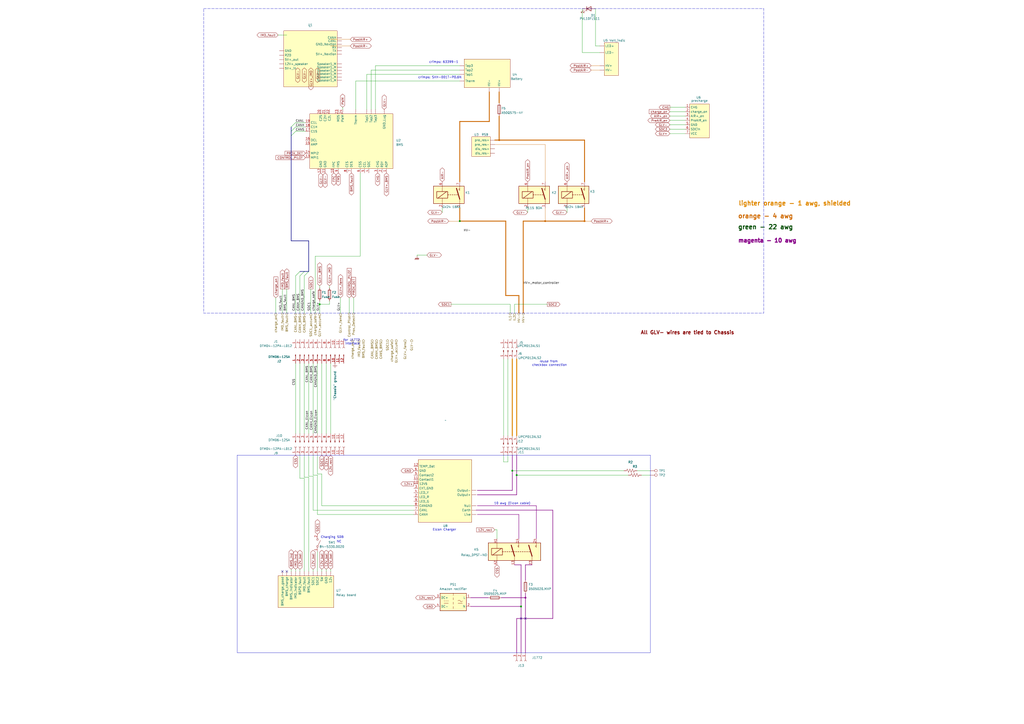
<source format=kicad_sch>
(kicad_sch (version 20231120) (generator "eeschema") (generator_version "8.0")
  (paper "A2")
  (lib_symbols
    (symbol "Connector:Conn_01x03_Socket" (pin_names (offset 1.016) hide)
      (property "Reference" "J" (at 0 5.08 0))
      (property "Value" "Conn_01x03_Socket" (at 0 -5.08 0))
      (symbol "Conn_01x03_Socket_1_1"
        (pin passive line (at -5.08 2.54 0) (length 3.81) (name "Pin_1") (number "1"))
        (pin passive line (at -5.08 0 0) (length 3.81) (name "Pin_2") (number "2"))
        (pin passive line (at -5.08 -2.54 0) (length 3.81) (name "Pin_3") (number "3"))
      )
    )
    (symbol "Connector:Conn_01x04_Pin" (pin_names (offset 1.016) hide)
      (property "Reference" "J" (at 0 5.08 0))
      (property "Value" "Conn_01x04_Pin" (at 0 -7.62 0))
      (symbol "Conn_01x04_Pin_1_1"
        (pin passive line (at 5.08 2.54 180) (length 3.81) (name "Pin_1") (number "1"))
        (pin passive line (at 5.08 0 180) (length 3.81) (name "Pin_2") (number "2"))
        (pin passive line (at 5.08 -2.54 180) (length 3.81) (name "Pin_3") (number "3"))
        (pin passive line (at 5.08 -5.08 180) (length 3.81) (name "Pin_4") (number "4"))
      )
    )
    (symbol "Connector:Conn_01x04_Socket" (pin_names (offset 1.016) hide)
      (property "Reference" "J" (at 0 5.08 0))
      (property "Value" "Conn_01x04_Socket" (at 0 -7.62 0))
      (symbol "Conn_01x04_Socket_1_1"
        (pin passive line (at -5.08 2.54 0) (length 3.81) (name "Pin_1") (number "1"))
        (pin passive line (at -5.08 0 0) (length 3.81) (name "Pin_2") (number "2"))
        (pin passive line (at -5.08 -2.54 0) (length 3.81) (name "Pin_3") (number "3"))
        (pin passive line (at -5.08 -5.08 0) (length 3.81) (name "Pin_4") (number "4"))
      )
    )
    (symbol "Connector:Conn_01x12_Pin" (pin_names (offset 1.016) hide)
      (property "Reference" "J" (at 0 15.24 0))
      (property "Value" "Conn_01x12_Pin" (at 0 -17.78 0))
      (symbol "Conn_01x12_Pin_1_1"
        (pin passive line (at 5.08 12.7 180) (length 3.81) (name "Pin_1") (number "1"))
        (pin passive line (at 5.08 -10.16 180) (length 3.81) (name "Pin_10") (number "10"))
        (pin passive line (at 5.08 -12.7 180) (length 3.81) (name "Pin_11") (number "11"))
        (pin passive line (at 5.08 -15.24 180) (length 3.81) (name "Pin_12") (number "12"))
        (pin passive line (at 5.08 10.16 180) (length 3.81) (name "Pin_2") (number "2"))
        (pin passive line (at 5.08 7.62 180) (length 3.81) (name "Pin_3") (number "3"))
        (pin passive line (at 5.08 5.08 180) (length 3.81) (name "Pin_4") (number "4"))
        (pin passive line (at 5.08 2.54 180) (length 3.81) (name "Pin_5") (number "5"))
        (pin passive line (at 5.08 0 180) (length 3.81) (name "Pin_6") (number "6"))
        (pin passive line (at 5.08 -2.54 180) (length 3.81) (name "Pin_7") (number "7"))
        (pin passive line (at 5.08 -5.08 180) (length 3.81) (name "Pin_8") (number "8"))
        (pin passive line (at 5.08 -7.62 180) (length 3.81) (name "Pin_9") (number "9"))
      )
    )
    (symbol "Connector:Conn_01x12_Socket" (pin_names (offset 1.016) hide)
      (property "Reference" "J" (at 0 15.24 0))
      (property "Value" "Conn_01x12_Socket" (at 0 -17.78 0))
      (symbol "Conn_01x12_Socket_1_1"
        (pin passive line (at -5.08 12.7 0) (length 3.81) (name "Pin_1") (number "1"))
        (pin passive line (at -5.08 -10.16 0) (length 3.81) (name "Pin_10") (number "10"))
        (pin passive line (at -5.08 -12.7 0) (length 3.81) (name "Pin_11") (number "11"))
        (pin passive line (at -5.08 -15.24 0) (length 3.81) (name "Pin_12") (number "12"))
        (pin passive line (at -5.08 10.16 0) (length 3.81) (name "Pin_2") (number "2"))
        (pin passive line (at -5.08 7.62 0) (length 3.81) (name "Pin_3") (number "3"))
        (pin passive line (at -5.08 5.08 0) (length 3.81) (name "Pin_4") (number "4"))
        (pin passive line (at -5.08 2.54 0) (length 3.81) (name "Pin_5") (number "5"))
        (pin passive line (at -5.08 0 0) (length 3.81) (name "Pin_6") (number "6"))
        (pin passive line (at -5.08 -2.54 0) (length 3.81) (name "Pin_7") (number "7"))
        (pin passive line (at -5.08 -5.08 0) (length 3.81) (name "Pin_8") (number "8"))
        (pin passive line (at -5.08 -7.62 0) (length 3.81) (name "Pin_9") (number "9"))
      )
    )
    (symbol "Connector:TestPoint" (pin_numbers hide) (pin_names (offset 0.762) hide)
      (property "Reference" "TP" (at 0 6.858 0))
      (property "Value" "TestPoint" (at 0 5.08 0))
      (symbol "TestPoint_1_1"
        (pin passive line (at 0 0 90) (length 2.54) (name "1") (number "1"))
      )
    )
    (symbol "Converter_ACDC:VTX-214-010-112"
      (property "Reference" "PS" (at 0 8.89 0))
      (property "Value" "VTX-214-010-112" (at 0 6.35 0))
      (symbol "VTX-214-010-112_1_1"
        (pin power_in line (at -10.16 2.54 0) (length 2.54) (name "L") (number "1"))
        (pin power_in line (at -10.16 -2.54 0) (length 2.54) (name "N") (number "2"))
        (pin power_out line (at 10.16 2.54 180) (length 2.54) (name "DC+") (number "3"))
        (pin power_out line (at 10.16 -2.54 180) (length 2.54) (name "DC-") (number "4"))
      )
    )
    (symbol "Device:Fuse" (pin_numbers hide) (pin_names (offset 0))
      (property "Reference" "F" (at 2.032 0 90))
      (property "Value" "Fuse" (at -1.905 0 90))
      (symbol "Fuse_1_1"
        (pin passive line (at 0 3.81 270) (length 1.27) (name "~") (number "1"))
        (pin passive line (at 0 -3.81 90) (length 1.27) (name "~") (number "2"))
      )
    )
    (symbol "Device:LED" (pin_numbers hide) (pin_names (offset 1.016) hide)
      (property "Reference" "D" (at 0 2.54 0))
      (property "Value" "LED" (at 0 -2.54 0))
      (symbol "LED_1_1"
        (pin passive line (at -3.81 0 0) (length 2.54) (name "K") (number "1"))
        (pin passive line (at 3.81 0 180) (length 2.54) (name "A") (number "2"))
      )
    )
    (symbol "Device:R_US" (pin_numbers hide) (pin_names (offset 0))
      (property "Reference" "R" (at 2.54 0 90))
      (property "Value" "R_US" (at -2.54 0 90))
      (symbol "R_US_1_1"
        (pin passive line (at 0 3.81 270) (length 1.27) (name "~") (number "1"))
        (pin passive line (at 0 -3.81 90) (length 1.27) (name "~") (number "2"))
      )
    )
    (symbol "FSAE:BMS"
      (property "Reference" "U" (at 0 0 0))
      (property "Value" "BMS" (at 0 -3.81 0))
      (symbol "BMS_1_1"
        (pin bidirectional line (at 17.907 6.858 180) (length 2.54) (name "GND_Lug") (number ""))
        (pin bidirectional line (at 17.907 17.018 180) (length 2.54) (name "Tap1") (number ""))
        (pin bidirectional line (at 17.907 14.478 180) (length 2.54) (name "Tap2") (number ""))
        (pin bidirectional line (at 17.907 11.938 180) (length 2.54) (name "Tap3") (number ""))
        (pin bidirectional line (at 17.907 23.368 180) (length 2.54) (name "Therm") (number ""))
        (pin power_in line (at -18.923 5.588 0) (length 2.54) (name "AOP") (number "1"))
        (pin input line (at -18.923 36.068 0) (length 2.54) (name "FPC") (number "10"))
        (pin bidirectional line (at -18.923 41.148 0) (length 2.54) (name "GND") (number "11"))
        (pin bidirectional line (at -18.923 43.688 0) (length 2.54) (name "GND") (number "12"))
        (pin input line (at -10.033 52.578 270) (length 2.54) (name "MPI1") (number "13"))
        (pin input line (at -7.493 52.578 270) (length 2.54) (name "MPI2") (number "14"))
        (pin output line (at -2.413 52.578 270) (length 2.54) (name "AMP") (number "15"))
        (pin output line (at 0.127 52.578 270) (length 2.54) (name "DCL") (number "16"))
        (pin bidirectional line (at 5.207 52.578 270) (length 2.54) (name "C1S") (number "17"))
        (pin bidirectional line (at 7.747 52.578 270) (length 2.54) (name "C1H") (number "18"))
        (pin bidirectional line (at 10.287 52.578 270) (length 2.54) (name "C1L") (number "19"))
        (pin power_in line (at -18.923 8.128 0) (length 2.54) (name "RDY") (number "2"))
        (pin bidirectional line (at 17.907 43.688 180) (length 2.54) (name "C2S") (number "20"))
        (pin bidirectional line (at 17.907 41.148 180) (length 2.54) (name "C2H") (number "21"))
        (pin bidirectional line (at 17.907 38.608 180) (length 2.54) (name "C2L") (number "22"))
        (pin output line (at 17.907 33.528 180) (length 2.54) (name "MOS") (number "23"))
        (pin output line (at 17.907 30.988 180) (length 2.54) (name "PWM") (number "24"))
        (pin power_in line (at -18.923 10.668 0) (length 2.54) (name "CHG") (number "3"))
        (pin output line (at -18.923 15.748 0) (length 2.54) (name "SOC") (number "4"))
        (pin output line (at -18.923 18.288 0) (length 2.54) (name "CCL") (number "5"))
        (pin output line (at -18.923 20.828 0) (length 2.54) (name "CSS") (number "6"))
        (pin output line (at -18.923 25.908 0) (length 2.54) (name "DES") (number "7"))
        (pin output line (at -18.923 28.448 0) (length 2.54) (name "CES") (number "8"))
        (pin input line (at -18.923 33.528 0) (length 2.54) (name "FMS") (number "9"))
      )
    )
    (symbol "FSAE:Battery"
      (property "Reference" "U4" (at -13.97 12.7 0))
      (property "Value" "Battery" (at -16.51 15.24 0))
      (symbol "Battery_1_1"
        (pin bidirectional line (at -6.35 22.86 270) (length 2.54) (name "HV+") (number ""))
        (pin bidirectional line (at -0.508 22.86 270) (length 2.54) (name "HV-") (number ""))
        (pin bidirectional line (at 16.51 12.7 180) (length 2.54) (name "Tap1") (number ""))
        (pin bidirectional line (at 16.51 10.16 180) (length 2.54) (name "Tap2") (number ""))
        (pin bidirectional line (at 16.51 7.62 180) (length 2.54) (name "Tap3") (number ""))
        (pin bidirectional line (at 16.51 16.51 180) (length 2.54) (name "Therm") (number ""))
      )
    )
    (symbol "FSAE:Elcon"
      (property "Reference" "U8" (at 0.3175 21.082 0))
      (property "Value" "~" (at 0 0 0))
      (symbol "Elcon_1_1"
        (pin input line (at -17.78 52.07 0) (length 2.54) (name "Earth") (number ""))
        (pin input line (at -17.78 54.61 0) (length 2.54) (name "Live") (number ""))
        (pin input line (at -17.78 49.53 0) (length 2.54) (name "Null") (number ""))
        (pin input line (at -17.78 43.18 0) (length 2.54) (name "Output+") (number ""))
        (pin input line (at -17.78 40.64 0) (length 2.54) (name "Output-") (number ""))
        (pin input line (at 18.415 54.61 180) (length 2.54) (name "CANH") (number "1"))
        (pin input line (at 18.415 36.83 180) (length 2.54) (name "12V5") (number "10"))
        (pin input line (at 18.415 34.29 180) (length 2.54) (name "Contact1") (number "11"))
        (pin input line (at 18.415 26.67 180) (length 2.54) (name "TEMP_Dat") (number "12"))
        (pin input line (at 18.415 44.45 180) (length 2.54) (name "LED_R") (number "2"))
        (pin input line (at 18.415 39.37 180) (length 2.54) (name "EXT_GND") (number "3"))
        (pin input line (at 18.415 41.91 180) (length 2.54) (name "LED_Y") (number "4"))
        (pin input line (at 18.415 31.75 180) (length 2.54) (name "Contact2") (number "5"))
        (pin input line (at 18.415 29.21 180) (length 2.54) (name "GND") (number "6"))
        (pin input line (at 18.415 52.07 180) (length 2.54) (name "CANL") (number "7"))
        (pin input line (at 18.415 49.53 180) (length 2.54) (name "CANGND") (number "8"))
        (pin input line (at 18.415 46.99 180) (length 2.54) (name "LED_G") (number "9"))
      )
    )
    (symbol "FSAE:IMD"
      (property "Reference" "U1" (at -1.016 0.508 0))
      (property "Value" "~" (at 0 1.524 0))
      (symbol "IMD_1_1"
        (pin power_in line (at 18.288 23.114 180) (length 2.54) (name "12V+_speaker") (number ""))
        (pin power_out line (at -17.907 17.399 0) (length 2.54) (name "5V+_Nextion") (number ""))
        (pin power_in line (at 18.288 25.654 180) (length 2.54) (name "5V+_in") (number ""))
        (pin power_out line (at 18.288 20.574 180) (length 2.54) (name "5V+_out") (number ""))
        (pin bidirectional line (at -17.907 7.874 0) (length 2.54) (name "CANH") (number ""))
        (pin bidirectional line (at -17.907 9.779 0) (length 2.54) (name "CANL") (number ""))
        (pin power_in line (at 18.288 15.494 180) (length 2.54) (name "GND") (number ""))
        (pin power_out line (at -17.907 11.684 0) (length 2.54) (name "GND_Nextion") (number ""))
        (pin input line (at 18.288 18.034 180) (length 2.54) (name "R2D") (number ""))
        (pin input line (at -17.907 13.589 0) (length 2.54) (name "RX") (number ""))
        (pin output line (at -17.907 23.114 0) (length 2.54) (name "Speaker1_M") (number ""))
        (pin output line (at -17.907 25.019 0) (length 2.54) (name "Speaker1_M") (number ""))
        (pin output line (at -17.907 26.924 0) (length 2.54) (name "Speaker1_M") (number ""))
        (pin output line (at -17.907 28.829 0) (length 2.54) (name "Speaker1_M") (number ""))
        (pin output line (at -17.907 30.734 0) (length 2.54) (name "Speaker1_M") (number ""))
        (pin output line (at -17.907 32.639 0) (length 2.54) (name "Speaker1_M") (number ""))
        (pin output line (at -17.907 15.494 0) (length 2.54) (name "TX") (number ""))
      )
    )
    (symbol "Random:Precharge"
      (property "Reference" "U6" (at -12.065 -0.635 90))
      (property "Value" "precharge" (at -10.16 1.27 90))
      (symbol "Precharge_1_1"
        (pin output line (at -6.35 -6.985 90) (length 2.54) (name "CHG") (number "1"))
        (pin input line (at -3.81 -6.985 90) (length 2.54) (name "charge_on") (number "2"))
        (pin output line (at -1.27 -6.985 90) (length 2.54) (name "AIR+_en") (number "3"))
        (pin output line (at 1.27 -6.985 90) (length 2.54) (name "PreAIR_en") (number "4"))
        (pin power_out line (at 3.81 -6.985 90) (length 2.54) (name "GND") (number "5"))
        (pin input line (at 6.35 -6.985 90) (length 2.54) (name "SDCin") (number "6"))
        (pin power_in line (at 8.89 -6.985 90) (length 2.54) (name "VCC") (number "7"))
      )
    )
    (symbol "Random:RSB"
      (property "Reference" "U5" (at -5.715 6.985 0))
      (property "Value" "RSB" (at 0.635 6.985 0))
      (symbol "RSB_1_1"
        (pin input line (at 6.35 -1.27 180) (length 2.54) (name "dis_res+") (number ""))
        (pin input line (at 6.35 -3.81 180) (length 2.54) (name "dis_res-") (number ""))
        (pin input line (at 6.35 3.81 180) (length 2.54) (name "pre_res+") (number ""))
        (pin input line (at 6.35 1.27 180) (length 2.54) (name "pre_res-") (number ""))
      )
    )
    (symbol "Random:Volt_indic"
      (property "Reference" "U5" (at -11.43 -4.445 90))
      (property "Value" "Volt_indic" (at -11.43 3.81 90))
      (symbol "Volt_indic_1_1"
        (pin power_in line (at 3.175 -6.35 90) (length 2.54) (name "HV+") (number ""))
        (pin power_in line (at 5.715 -6.35 90) (length 2.54) (name "HV-") (number ""))
        (pin output line (at -8.255 -6.35 90) (length 2.54) (name "LED+") (number ""))
        (pin output line (at -4.445 -6.35 90) (length 2.54) (name "LED-") (number ""))
      )
    )
    (symbol "Relay:DIPxx-1Axx-11x"
      (property "Reference" "K" (at 8.89 3.81 0))
      (property "Value" "DIPxx-1Axx-11x" (at 8.89 1.27 0))
      (symbol "DIPxx-1Axx-11x_1_1"
        (pin passive line (at 5.08 -7.62 90) (length 2.54) (name "~") (number "1"))
        (pin passive line (at 5.08 -7.62 90) (length 2.54) hide (name "~") (number "14"))
        (pin passive line (at -5.08 -7.62 90) (length 2.54) (name "~") (number "2"))
        (pin passive line (at -5.08 7.62 270) (length 2.54) (name "~") (number "6"))
        (pin passive line (at 5.08 7.62 270) (length 2.54) (name "~") (number "7"))
        (pin passive line (at 5.08 7.62 270) (length 2.54) hide (name "~") (number "8"))
      )
    )
    (symbol "Relay:Relay_DPST-NO"
      (property "Reference" "K" (at 16.51 3.81 0))
      (property "Value" "Relay_DPST-NO" (at 16.51 1.27 0))
      (symbol "Relay_DPST-NO_1_1"
        (pin passive line (at 0 -7.62 90) (length 2.54) (name "~") (number "13"))
        (pin passive line (at 2.54 7.62 270) (length 2.54) (name "~") (number "14"))
        (pin passive line (at 10.16 -7.62 90) (length 2.54) (name "~") (number "23"))
        (pin passive line (at 12.7 7.62 270) (length 2.54) (name "~") (number "24"))
        (pin passive line (at -10.16 7.62 270) (length 2.54) (name "~") (number "A1"))
        (pin passive line (at -10.16 -7.62 90) (length 2.54) (name "~") (number "A2"))
      )
    )
    (symbol "Relay_board_1"
      (property "Reference" "U8" (at 8.255 -0.9525 0))
      (property "Value" "Relay board" (at 8.255 -3.4925 0))
      (symbol "Relay_board_1_1_1"
        (pin power_in line (at -5.08 -8.255 90) (length 2.54) (name "12v") (number ""))
        (pin input line (at 20.32 -8.255 90) (length 2.54) (name "BMS_charge") (number ""))
        (pin output line (at 22.86 -8.255 90) (length 2.54) (name "BMS_charge_good") (number ""))
        (pin input line (at 7.62 -8.255 90) (length 2.54) (name "BMS_fault") (number ""))
        (pin output line (at 17.78 -8.255 90) (length 2.54) (name "BMS_indicator") (number ""))
        (pin input line (at 12.7 -8.255 90) (length 2.54) (name "BSPD_fault") (number ""))
        (pin power_in line (at -2.54 -8.255 90) (length 2.54) (name "GND") (number ""))
        (pin input line (at 10.16 -8.255 90) (length 2.54) (name "IMD_fault") (number ""))
        (pin output line (at 15.24 -8.255 90) (length 2.54) (name "IMD_indicator") (number ""))
        (pin input line (at 5.08 -8.255 90) (length 2.54) (name "SDC1") (number ""))
        (pin output line (at 2.54 -8.255 90) (length 2.54) (name "SDC2") (number ""))
        (pin input line (at 0 -8.255 90) (length 2.54) (name "SW") (number ""))
      )
    )
    (symbol "Switch:SW_SPST" (pin_names (offset 0) hide)
      (property "Reference" "SW" (at 0 3.175 0))
      (property "Value" "SW_SPST" (at 0 -2.54 0))
      (symbol "SW_SPST_1_1"
        (pin passive line (at -5.08 0 0) (length 2.54) (name "A") (number "1"))
        (pin passive line (at 5.08 0 180) (length 2.54) (name "B") (number "2"))
      )
    )
    (symbol "power:Earth" (power) (pin_numbers hide) (pin_names (offset 0) hide)
      (property "Value" "Earth" (at 0 -3.81 0))
      (symbol "Earth_1_1"
        (pin power_in line (at 0 0 270) (length 0) (name "~") (number "1"))
      )
    )
    (symbol "power:GNDPWR" (power) (pin_numbers hide) (pin_names (offset 0) hide)
      (property "Value" "GNDPWR" (at 0 -3.302 0))
      (symbol "GNDPWR_1_1"
        (pin power_in line (at 0 0 270) (length 0) (name "~") (number "1"))
      )
    )
  )
  (junction (at 302.26 351.79))
  (junction (at 316.23 128.27) (color 204 102 0 1))
  (junction (at 297.18 273.05))
  (junction (at 185.42 176.53))
  (junction (at 289.56 81.28) (color 204 102 0 1))
  (junction (at 299.72 275.59))
  (junction (at 266.7 128.27))
  (junction (at 304.8 346.71) (color 132 0 132 1))
  (junction (at 339.09 128.27) (color 204 102 0 1))
  (no_connect (at 304.8 358.775))
  (no_connect (at 166.37 331.47))
  (no_connect (at 302.26 358.775))
  (no_connect (at 163.83 331.47))
  (bus_entry (at 171.45 73.66) (size -2.54 2.54))
  (bus_entry (at 176.53 157.48) (size -2.54 2.54))
  (bus_entry (at 171.45 76.2) (size -2.54 2.54))
  (bus_entry (at 173.99 157.48) (size -2.54 2.54))
  (bus_entry (at 176.53 160.02) (size 2.54 -2.54))
  (bus_entry (at 171.45 71.12) (size -2.54 2.54))
  (wire (pts (xy 173.99 264.16) (xy 173.99 277.495)))
  (wire (pts (xy 388.62 69.85) (xy 397.51 69.85)))
  (bus (pts (xy 173.99 157.48) (xy 176.53 157.48)))
  (wire (pts (xy 388.62 67.31) (xy 397.51 67.31)))
  (wire (pts (xy 181.61 295.91) (xy 240.03 295.91)))
  (wire (pts (xy 191.77 331.47) (xy 191.77 330.2)))
  (wire (pts (xy 206.375 46.99) (xy 266.7 46.99)))
  (wire (pts (xy 339.09 120.65) (xy 339.09 128.27)) (stroke (width 0.508) (color 204 102 0 1)))
  (wire (pts (xy 176.53 160.02) (xy 176.53 181.61)))
  (wire (pts (xy 302.26 327.66) (xy 302.26 351.79)) (stroke (width 0.3048) (color 132 0 132 1)))
  (wire (pts (xy 171.45 210.82) (xy 171.45 251.46)))
  (wire (pts (xy 168.91 330.2) (xy 168.91 331.47)))
  (wire (pts (xy 171.45 73.66) (xy 177.165 73.66)))
  (wire (pts (xy 290.83 346.71) (xy 304.8 346.71)) (stroke (width 0.3048) (color 132 0 132 1)))
  (wire (pts (xy 212.725 63.5) (xy 212.725 43.18)))
  (wire (pts (xy 171.45 160.02) (xy 171.45 181.61)))
  (wire (pts (xy 306.07 123.19) (xy 306.07 120.65)))
  (wire (pts (xy 181.61 210.82) (xy 181.61 251.46)))
  (wire (pts (xy 186.69 210.82) (xy 186.69 251.46)))
  (wire (pts (xy 295.91 176.53) (xy 295.91 181.61)))
  (wire (pts (xy 345.44 26.67) (xy 347.98 26.67)))
  (wire (pts (xy 293.37 171.45) (xy 293.37 128.27)) (stroke (width 0.508) (color 204 102 0 1)))
  (wire (pts (xy 171.45 71.12) (xy 177.165 71.12)))
  (wire (pts (xy 276.86 284.48) (xy 297.18 284.48)) (stroke (width 0.3048) (color 132 0 132 1)))
  (wire (pts (xy 304.8 327.66) (xy 308.61 327.66)) (stroke (width 0.3048) (color 132 0 132 1)))
  (wire (pts (xy 292.1 267.97) (xy 294.64 267.97)))
  (wire (pts (xy 179.07 276.86) (xy 179.07 331.47)))
  (wire (pts (xy 176.53 277.495) (xy 176.53 331.47)))
  (bus (pts (xy 176.53 157.48) (xy 179.07 157.48)))
  (wire (pts (xy 345.44 5.08) (xy 345.44 26.67)))
  (wire (pts (xy 320.675 358.775) (xy 299.72 358.775)) (stroke (width 0.3048) (color 132 0 132 1)))
  (wire (pts (xy 328.93 120.65) (xy 328.93 123.19)))
  (wire (pts (xy 298.45 176.53) (xy 317.5 176.53)))
  (wire (pts (xy 173.99 330.2) (xy 173.99 331.47)))
  (wire (pts (xy 182.88 148.59) (xy 182.88 181.61)))
  (wire (pts (xy 388.62 62.23) (xy 397.51 62.23)))
  (wire (pts (xy 300.99 171.45) (xy 293.37 171.45)) (stroke (width 0.508) (color 204 102 0 1)))
  (wire (pts (xy 189.23 210.82) (xy 189.23 251.46)))
  (wire (pts (xy 276.86 293.37) (xy 311.15 293.37)) (stroke (width 0.254) (color 132 0 132 1)))
  (wire (pts (xy 181.61 330.2) (xy 181.61 331.47)))
  (wire (pts (xy 206.375 46.99) (xy 206.375 63.5)))
  (wire (pts (xy 198.755 62.23) (xy 198.755 63.5)))
  (wire (pts (xy 241.935 148.59) (xy 241.935 147.955)))
  (wire (pts (xy 388.62 74.93) (xy 397.51 74.93)))
  (wire (pts (xy 316.23 83.82) (xy 316.23 105.41)) (stroke (width 0) (color 204 102 0 1)))
  (wire (pts (xy 208.915 100.33) (xy 208.915 148.59)))
  (wire (pts (xy 276.86 287.02) (xy 299.72 287.02)) (stroke (width 0.3048) (color 132 0 132 1)))
  (wire (pts (xy 260.35 128.27) (xy 266.7 128.27)) (stroke (width 0) (color 204 102 0 1)))
  (wire (pts (xy 273.05 351.79) (xy 302.26 351.79)) (stroke (width 0.3048) (color 132 0 132 1)))
  (wire (pts (xy 299.72 358.775) (xy 299.72 378.46)) (stroke (width 0.3048) (color 132 0 132 1)))
  (wire (pts (xy 181.61 264.16) (xy 181.61 275.59)))
  (wire (pts (xy 304.8 327.66) (xy 304.8 336.55)) (stroke (width 0.3048) (color 132 0 132 1)))
  (wire (pts (xy 337.82 30.48) (xy 347.98 30.48)))
  (wire (pts (xy 186.69 331.47) (xy 186.69 330.2)))
  (wire (pts (xy 300.99 298.45) (xy 300.99 312.42)) (stroke (width 0.254) (color 132 0 132 1)))
  (wire (pts (xy 176.53 264.16) (xy 176.53 276.86)))
  (wire (pts (xy 303.53 128.27) (xy 303.53 181.61)) (stroke (width 0.508) (color 204 102 0 1)))
  (wire (pts (xy 372.11 275.59) (xy 377.19 275.59)))
  (wire (pts (xy 292.1 208.28) (xy 292.1 252.73)))
  (bus (pts (xy 179.07 157.48) (xy 179.07 139.7)))
  (wire (pts (xy 186.69 274.955) (xy 186.69 293.37)))
  (wire (pts (xy 179.07 276.225) (xy 181.61 276.225)))
  (wire (pts (xy 176.53 276.86) (xy 179.07 276.86)))
  (wire (pts (xy 339.09 128.27) (xy 316.23 128.27)) (stroke (width 0.508) (color 204 102 0 1)))
  (wire (pts (xy 289.56 67.31) (xy 289.56 81.28)) (stroke (width 0.508) (color 204 102 0 1)))
  (wire (pts (xy 171.45 76.2) (xy 177.165 76.2)))
  (wire (pts (xy 339.09 128.27) (xy 342.9 128.27)) (stroke (width 0) (color 204 102 0 1)))
  (wire (pts (xy 289.56 81.28) (xy 339.09 81.28)) (stroke (width 0.508) (color 204 102 0 1)))
  (wire (pts (xy 261.62 176.53) (xy 295.91 176.53)))
  (wire (pts (xy 184.15 275.59) (xy 184.15 298.45)))
  (wire (pts (xy 288.29 307.34) (xy 288.29 312.42)))
  (wire (pts (xy 256.54 120.65) (xy 256.54 123.19)))
  (wire (pts (xy 163.83 167.64) (xy 163.83 181.61)))
  (wire (pts (xy 287.02 307.34) (xy 288.29 307.34)))
  (wire (pts (xy 208.915 148.59) (xy 182.88 148.59)))
  (wire (pts (xy 287.02 83.82) (xy 316.23 83.82)) (stroke (width 0) (color 204 102 0 1)))
  (wire (pts (xy 316.23 128.27) (xy 316.23 120.65)) (stroke (width 0) (color 204 102 0 1)))
  (wire (pts (xy 294.64 267.97) (xy 294.64 264.16)))
  (wire (pts (xy 185.42 174.625) (xy 185.42 176.53)))
  (wire (pts (xy 161.29 20.32) (xy 166.37 20.32)))
  (wire (pts (xy 181.61 295.91) (xy 181.61 276.225)))
  (wire (pts (xy 173.99 210.82) (xy 173.99 251.46)))
  (wire (pts (xy 289.56 53.34) (xy 289.56 59.69)) (stroke (width 0.508) (color 204 102 0 1)))
  (wire (pts (xy 191.77 22.86) (xy 203.2 22.86)) (stroke (width 0) (color 204 102 0 1)))
  (wire (pts (xy 202.565 172.72) (xy 202.565 181.61)))
  (bus (pts (xy 168.91 73.66) (xy 168.91 76.2)))
  (wire (pts (xy 273.05 346.71) (xy 283.21 346.71)) (stroke (width 0.3048) (color 132 0 132 1)))
  (wire (pts (xy 179.07 210.82) (xy 179.07 251.46)))
  (wire (pts (xy 186.69 293.37) (xy 240.03 293.37)))
  (wire (pts (xy 181.61 275.59) (xy 184.15 275.59)))
  (wire (pts (xy 241.935 147.955) (xy 247.65 147.955)))
  (bus (pts (xy 168.91 78.74) (xy 168.91 139.7)))
  (wire (pts (xy 180.34 167.64) (xy 180.34 181.61)))
  (wire (pts (xy 297.18 264.16) (xy 297.18 273.05)) (stroke (width 0.3048) (color 132 0 132 1)))
  (wire (pts (xy 299.72 264.16) (xy 299.72 275.59)) (stroke (width 0.3048) (color 132 0 132 1)))
  (wire (pts (xy 179.07 264.16) (xy 179.07 276.225)))
  (wire (pts (xy 304.8 344.17) (xy 304.8 346.71)) (stroke (width 0.3048) (color 132 0 132 1)))
  (wire (pts (xy 266.7 120.65) (xy 266.7 128.27)) (stroke (width 0.508) (color 204 102 0 1)))
  (wire (pts (xy 212.725 43.18) (xy 266.7 43.18)))
  (wire (pts (xy 302.26 351.79) (xy 302.26 378.46)) (stroke (width 0.3048) (color 132 0 132 1)))
  (wire (pts (xy 297.18 273.05) (xy 298.45 273.05)) (stroke (width 0) (color 132 0 132 1)))
  (wire (pts (xy 215.265 40.64) (xy 266.7 40.64)))
  (wire (pts (xy 189.23 331.47) (xy 189.23 330.2)))
  (wire (pts (xy 342.9 40.64) (xy 347.98 40.64)) (stroke (width 0) (color 204 102 0 1)))
  (wire (pts (xy 303.53 128.27) (xy 316.23 128.27)) (stroke (width 0.508) (color 204 102 0 1)))
  (wire (pts (xy 166.37 167.64) (xy 166.37 181.61)))
  (wire (pts (xy 184.15 210.82) (xy 184.15 251.46)))
  (wire (pts (xy 299.72 208.28) (xy 299.72 252.73)) (stroke (width 0.5588) (color 221 133 0 1)))
  (wire (pts (xy 191.135 165.735) (xy 191.135 167.005)))
  (wire (pts (xy 205.105 172.72) (xy 205.105 181.61)))
  (wire (pts (xy 297.18 284.48) (xy 297.18 273.05)) (stroke (width 0.3048) (color 132 0 132 1)))
  (wire (pts (xy 388.62 72.39) (xy 397.51 72.39)))
  (wire (pts (xy 185.42 176.53) (xy 185.42 181.61)))
  (wire (pts (xy 294.64 208.28) (xy 294.64 252.73)))
  (wire (pts (xy 185.42 165.735) (xy 185.42 167.005)))
  (wire (pts (xy 342.9 38.1) (xy 347.98 38.1)) (stroke (width 0) (color 204 102 0 1)))
  (wire (pts (xy 197.485 172.72) (xy 197.485 181.61)))
  (wire (pts (xy 369.57 273.05) (xy 377.19 273.05)))
  (bus (pts (xy 168.91 76.2) (xy 168.91 78.74)))
  (wire (pts (xy 298.45 273.05) (xy 361.95 273.05)))
  (wire (pts (xy 173.99 277.495) (xy 176.53 277.495)))
  (bus (pts (xy 179.07 139.7) (xy 168.91 139.7)))
  (wire (pts (xy 320.675 295.91) (xy 276.225 295.91)) (stroke (width 0.3048) (color 132 0 132 1)))
  (wire (pts (xy 299.72 287.02) (xy 299.72 275.59)) (stroke (width 0.3048) (color 132 0 132 1)))
  (wire (pts (xy 191.135 174.625) (xy 191.135 176.53)))
  (wire (pts (xy 276.86 298.45) (xy 300.99 298.45)) (stroke (width 0.254) (color 132 0 132 1)))
  (wire (pts (xy 160.02 172.72) (xy 160.02 181.61)))
  (wire (pts (xy 176.53 210.82) (xy 176.53 251.46)))
  (wire (pts (xy 298.45 176.53) (xy 298.45 181.61)))
  (wire (pts (xy 184.15 274.955) (xy 186.69 274.955)))
  (wire (pts (xy 217.805 38.1) (xy 266.7 38.1)))
  (wire (pts (xy 311.15 293.37) (xy 311.15 312.42)) (stroke (width 0.254) (color 132 0 132 1)))
  (wire (pts (xy 215.265 40.64) (xy 215.265 63.5)))
  (wire (pts (xy 300.99 171.45) (xy 300.99 181.61)) (stroke (width 0.508) (color 204 102 0 1)))
  (wire (pts (xy 299.72 275.59) (xy 364.49 275.59)))
  (wire (pts (xy 298.45 327.66) (xy 302.26 327.66)) (stroke (width 0.3048) (color 132 0 132 1)))
  (wire (pts (xy 171.45 330.2) (xy 171.45 331.47)))
  (wire (pts (xy 388.62 64.77) (xy 397.51 64.77)))
  (wire (pts (xy 184.15 331.47) (xy 184.15 320.04)))
  (wire (pts (xy 266.7 70.485) (xy 266.7 105.41)) (stroke (width 0.508) (color 204 102 0 1)))
  (wire (pts (xy 339.09 105.41) (xy 339.09 81.28)) (stroke (width 0.508) (color 204 102 0 1)))
  (wire (pts (xy 173.99 160.02) (xy 173.99 181.61)))
  (wire (pts (xy 217.805 63.5) (xy 217.805 38.1)))
  (wire (pts (xy 191.77 210.82) (xy 191.77 251.46)))
  (wire (pts (xy 287.02 81.28) (xy 289.56 81.28)) (stroke (width 0.508) (color 204 102 0 1)))
  (wire (pts (xy 184.15 298.45) (xy 240.03 298.45)))
  (wire (pts (xy 283.845 53.34) (xy 283.845 70.485)) (stroke (width 0.508) (color 204 102 0 1)))
  (wire (pts (xy 266.7 128.27) (xy 293.37 128.27)) (stroke (width 0.508) (color 204 102 0 1)))
  (wire (pts (xy 191.135 176.53) (xy 185.42 176.53)))
  (wire (pts (xy 388.62 77.47) (xy 397.51 77.47)))
  (wire (pts (xy 337.82 30.48) (xy 337.82 5.08)))
  (wire (pts (xy 184.15 264.16) (xy 184.15 274.955)))
  (wire (pts (xy 266.7 70.485) (xy 283.845 70.485)) (stroke (width 0.508) (color 204 102 0 1)))
  (wire (pts (xy 292.1 264.16) (xy 292.1 267.97)))
  (wire (pts (xy 203.2 26.67) (xy 191.77 26.67)) (stroke (width 0) (color 204 102 0 1)))
  (wire (pts (xy 320.675 295.91) (xy 320.675 358.775)) (stroke (width 0.3048) (color 132 0 132 1)))
  (wire (pts (xy 297.18 208.28) (xy 297.18 252.73)) (stroke (width 0.5588) (color 221 133 0 1)))
  (wire (pts (xy 304.8 346.71) (xy 304.8 378.46)) (stroke (width 0.3048) (color 132 0 132 1)))
  (rectangle (start 118.11 4.953) (end 443.103 181.61) (stroke (width 0) (type dash)))
  (rectangle (start 137.541 264.033) (end 377.317 378.587))
  (text "NC" (at 198.12 314.96 0) (effects (font (size 1.27 1.27)) (justify right bottom)))
  (text "Elcon Charger\n" (at 257.81 307.34 0) (effects (font (size 1.27 1.27))))
  (text "Charging SDB" (at 199.39 312.42 0) (effects (font (size 1.27 1.27)) (justify right bottom)))
  (text "Accumulator\n" (at 168.91 0 0) (effects (font (size 3 3)) (justify left bottom)))
  (text "All GLV- wires are tied to Chassis" (at 398.78 193.04 0) (effects (font (size 2.032 2.032) (thickness 0.4064) (bold yes))))
  (text "for J1772 \ninterface" (at 204.47 198.374 0) (effects (font (size 1.27 1.27))))
  (text "10 awg (Elcon cable)" (at 297.18 292.1 0) (effects (font (size 1.27 1.27))))
  (text "reuse from \ncheckbox connection" (at 318.77 210.82 0) (effects (font (size 1.27 1.27))))
  (text "lighter orange - 1 awg, shielded" (at 461.01 118.11 0) (effects (font (size 2.54 2.54) (thickness 0.508) (bold yes))))
  (text "green - 22 awg" (at 427.99 133.35 0) (effects (font (size 2.54 2.54) (thickness 0.508) (bold yes)) (justify left bottom)))
  (text "orange - 4 awg\n" (at 427.99 127 0) (effects (font (size 2.54 2.54) (thickness 0.508) (bold yes)) (justify left bottom)))
  (text "magenta - 10 awg\n" (at 427.99 139.7 0) (effects (font (size 2.286 2.286) (thickness 1.016) (bold yes)) (justify left)))
  (text "crimps: SXH-001T-P0.6N\n" (at 242.57 45.72 0) (effects (font (size 1.27 1.27)) (justify left bottom)))
  (text "crimps: 63399-1" (at 248.92 36.83 0) (effects (font (size 1.27 1.27)) (justify left bottom)))
  (label "GLV+" (at 185.42 180.34 90))
  (label "CANH_BMS" (at 181.61 212.09 270))
  (label "CANGND_BMS" (at 184.15 212.09 270))
  (label "CANGND_Elcon" (at 184.15 237.49 270))
  (label "IMD_fault" (at 163.83 180.34 90))
  (label "CANL_BMS" (at 171.45 180.34 90))
  (label "HV+_motor_controller" (at 303.53 165.1 0))
  (label "GLV+" (at 197.485 180.34 90))
  (label "CANL_BMS" (at 179.07 212.09 270))
  (label "SDC1" (at 180.34 180.34 90))
  (label "CANH" (at 171.45 73.66 0))
  (label "CANS" (at 171.45 76.2 0))
  (label "CSS" (at 171.45 223.52 90))
  (label "CANGND_BMS" (at 176.53 180.34 90))
  (label "CANL_Elcon" (at 179.07 238.125 270))
  (label "CANH_BMS" (at 173.99 180.34 90))
  (label "HV-" (at 273.05 134.62 180))
  (label "CANL" (at 171.45 71.12 0))
  (label "CANH_Elcon" (at 181.61 238.125 270))
  (label "charge_safe" (at 182.88 180.34 90))
  (label "BMS_fault" (at 166.37 180.34 90))
  (global_label "SDC1" (shape bidirectional) (at 186.69 264.16 270) (property "Intersheetrefs" "${INTERSHEET_REFS}" (effects (hide yes))))
  (global_label "SDC1" (shape bidirectional) (at 184.15 309.88 90) (property "Intersheetrefs" "${INTERSHEET_REFS}" (effects (hide yes))))
  (global_label "GLV+_BMS" (shape bidirectional) (at 224.155 100.33 270) (property "Intersheetrefs" "${INTERSHEET_REFS}" (effects (hide yes))))
  (global_label "PostAIR-" (shape bidirectional) (at 203.2 26.67 0) (property "Intersheetrefs" "${INTERSHEET_REFS}" (effects (hide yes))))
  (global_label "GLV-" (shape bidirectional) (at 184.15 39.37 270) (property "Intersheetrefs" "${INTERSHEET_REFS}" (effects (hide yes))))
  (global_label "12V_bat" (shape bidirectional) (at 173.99 330.2 90) (property "Intersheetrefs" "${INTERSHEET_REFS}" (effects (hide yes))))
  (global_label "PreAIR_en" (shape bidirectional) (at 306.07 105.41 90) (property "Intersheetrefs" "${INTERSHEET_REFS}" (effects (hide yes))))
  (global_label "AIR+_en" (shape bidirectional) (at 328.93 105.41 90) (property "Intersheetrefs" "${INTERSHEET_REFS}" (effects (hide yes))))
  (global_label "PreAIR_en" (shape bidirectional) (at 388.62 69.85 180) (property "Intersheetrefs" "${INTERSHEET_REFS}" (effects (hide yes))))
  (global_label "GLV+_IMD" (shape bidirectional) (at 191.135 165.735 90) (property "Intersheetrefs" "${INTERSHEET_REFS}" (effects (hide yes))))
  (global_label "CSS" (shape bidirectional) (at 171.45 264.16 270) (property "Intersheetrefs" "${INTERSHEET_REFS}" (effects (hide yes))))
  (global_label "FMS" (shape bidirectional) (at 196.215 100.33 270) (property "Intersheetrefs" "${INTERSHEET_REFS}" (effects (hide yes))))
  (global_label "12V_rect" (shape bidirectional) (at 191.77 264.16 270) (property "Intersheetrefs" "${INTERSHEET_REFS}" (effects (hide yes))))
  (global_label "PostAIR+" (shape bidirectional) (at 203.2 22.86 0) (property "Intersheetrefs" "${INTERSHEET_REFS}" (effects (hide yes))))
  (global_label "SDC2" (shape bidirectional) (at 388.62 74.93 180) (property "Intersheetrefs" "${INTERSHEET_REFS}" (effects (hide yes))))
  (global_label "GND" (shape bidirectional) (at 252.73 351.79 180) (property "Intersheetrefs" "${INTERSHEET_REFS}" (effects (hide yes))))
  (global_label "GLV-" (shape bidirectional) (at 172.72 39.37 270) (property "Intersheetrefs" "${INTERSHEET_REFS}" (effects (hide yes))))
  (global_label "CHG" (shape bidirectional) (at 219.075 100.33 270) (property "Intersheetrefs" "${INTERSHEET_REFS}" (effects (hide yes))))
  (global_label "SDC1" (shape output) (at 180.34 167.64 90) (property "Intersheetrefs" "${INTERSHEET_REFS}" (effects (hide yes))))
  (global_label "GLV-" (shape bidirectional) (at 188.595 100.33 270) (property "Intersheetrefs" "${INTERSHEET_REFS}" (effects (hide yes))))
  (global_label "CSS" (shape bidirectional) (at 288.29 327.66 270) (property "Intersheetrefs" "${INTERSHEET_REFS}" (effects (hide yes))))
  (global_label "charge_on" (shape input) (at 388.62 64.77 180) (property "Intersheetrefs" "${INTERSHEET_REFS}" (effects (hide yes))))
  (global_label "AIR+_en" (shape bidirectional) (at 388.62 67.31 180) (property "Intersheetrefs" "${INTERSHEET_REFS}" (effects (hide yes))))
  (global_label "AIR-" (shape bidirectional) (at 256.54 105.41 90) (property "Intersheetrefs" "${INTERSHEET_REFS}" (effects (hide yes))))
  (global_label "GLV+_IMD" (shape bidirectional) (at 180.34 39.37 270) (property "Intersheetrefs" "${INTERSHEET_REFS}" (effects (hide yes))))
  (global_label "12V_rect" (shape input) (at 287.02 307.34 180) (property "Intersheetrefs" "${INTERSHEET_REFS}" (effects (hide yes))))
  (global_label "PostAIR-" (shape bidirectional) (at 260.35 128.27 180) (property "Intersheetrefs" "${INTERSHEET_REFS}" (effects (hide yes))))
  (global_label "charge_on" (shape input) (at 160.02 172.72 90) (property "Intersheetrefs" "${INTERSHEET_REFS}" (effects (hide yes))))
  (global_label "PostAIR+" (shape bidirectional) (at 342.9 128.27 0) (property "Intersheetrefs" "${INTERSHEET_REFS}" (effects (hide yes))))
  (global_label "GLV+_BMS" (shape bidirectional) (at 185.42 165.735 90) (property "Intersheetrefs" "${INTERSHEET_REFS}" (effects (hide yes))))
  (global_label "BMS_fault" (shape bidirectional) (at 203.835 100.33 270) (property "Intersheetrefs" "${INTERSHEET_REFS}" (effects (hide yes))))
  (global_label "IMD_fault" (shape bidirectional) (at 161.29 20.32 180) (property "Intersheetrefs" "${INTERSHEET_REFS}" (effects (hide yes))))
  (global_label "BMS_fault" (shape output) (at 166.37 167.64 90) (property "Intersheetrefs" "${INTERSHEET_REFS}" (effects (hide yes))))
  (global_label "GLV-" (shape bidirectional) (at 328.93 123.19 180) (property "Intersheetrefs" "${INTERSHEET_REFS}" (effects (hide yes))))
  (global_label "SDC2" (shape output) (at 317.5 176.53 0) (property "Intersheetrefs" "${INTERSHEET_REFS}" (effects (hide yes))))
  (global_label "12V_bat" (shape bidirectional) (at 189.23 330.2 90) (property "Intersheetrefs" "${INTERSHEET_REFS}" (effects (hide yes))))
  (global_label "PROX_DET" (shape input) (at 177.165 88.9 180) (property "Intersheetrefs" "${INTERSHEET_REFS}" (effects (hide yes))))
  (global_label "SDC1" (shape output) (at 261.62 176.53 180) (property "Intersheetrefs" "${INTERSHEET_REFS}" (effects (hide yes))))
  (global_label "GLV-" (shape bidirectional) (at 256.54 123.19 180) (property "Intersheetrefs" "${INTERSHEET_REFS}" (effects (hide yes))))
  (global_label "GLV-" (shape bidirectional) (at 388.62 72.39 180) (property "Intersheetrefs" "${INTERSHEET_REFS}" (effects (hide yes))))
  (global_label "12V_bat" (shape bidirectional) (at 181.61 330.2 90) (property "Intersheetrefs" "${INTERSHEET_REFS}" (effects (hide yes))))
  (global_label "12V_bat" (shape bidirectional) (at 191.77 330.2 90) (property "Intersheetrefs" "${INTERSHEET_REFS}" (effects (hide yes))))
  (global_label "GLV-" (shape bidirectional) (at 186.055 100.33 270) (property "Intersheetrefs" "${INTERSHEET_REFS}" (effects (hide yes))))
  (global_label "PROX_DET" (shape input) (at 205.105 172.72 90) (property "Intersheetrefs" "${INTERSHEET_REFS}" (effects (hide yes))))
  (global_label "IMD_ind" (shape bidirectional) (at 171.45 330.2 90) (property "Intersheetrefs" "${INTERSHEET_REFS}" (effects (hide yes))))
  (global_label "BMS_ind" (shape bidirectional) (at 168.91 330.2 90) (property "Intersheetrefs" "${INTERSHEET_REFS}" (effects (hide yes))))
  (global_label "GLV-" (shape bidirectional) (at 176.53 39.37 270) (property "Intersheetrefs" "${INTERSHEET_REFS}" (effects (hide yes))))
  (global_label "CONTROL_PILOT" (shape input) (at 177.165 91.44 180) (property "Intersheetrefs" "${INTERSHEET_REFS}" (effects (hide yes))))
  (global_label "GLV-" (shape bidirectional) (at 306.07 123.19 180) (property "Intersheetrefs" "${INTERSHEET_REFS}" (effects (hide yes))))
  (global_label "12V_bat" (shape bidirectional) (at 186.69 330.2 90) (property "Intersheetrefs" "${INTERSHEET_REFS}" (effects (hide yes))))
  (global_label "12V+" (shape bidirectional) (at 189.23 264.16 270) (property "Intersheetrefs" "${INTERSHEET_REFS}" (effects (hide yes))))
  (global_label "CHG" (shape output) (at 388.62 62.23 180) (property "Intersheetrefs" "${INTERSHEET_REFS}" (effects (hide yes))))
  (global_label "CONTROL_PILOT" (shape input) (at 202.565 172.72 90) (property "Intersheetrefs" "${INTERSHEET_REFS}" (effects (hide yes))))
  (global_label "GND" (shape bidirectional) (at 240.03 273.05 180) (property "Intersheetrefs" "${INTERSHEET_REFS}" (effects (hide yes))))
  (global_label "12V+" (shape output) (at 240.03 280.67 180) (property "Intersheetrefs" "${INTERSHEET_REFS}" (effects (hide yes))))
  (global_label "PostAIR+" (shape bidirectional) (at 342.9 38.1 180) (property "Intersheetrefs" "${INTERSHEET_REFS}" (effects (hide yes))))
  (global_label "FPC" (shape bidirectional) (at 193.675 100.33 270) (property "Intersheetrefs" "${INTERSHEET_REFS}" (effects (hide yes))))
  (global_label "PWM" (shape bidirectional) (at 198.755 62.23 90) (property "Intersheetrefs" "${INTERSHEET_REFS}" (effects (hide yes))))
  (global_label "GLV+_fans" (shape bidirectional) (at 197.485 172.72 90) (property "Intersheetrefs" "${INTERSHEET_REFS}" (effects (hide yes))))
  (global_label "GLV-" (shape bidirectional) (at 247.65 147.955 0) (property "Intersheetrefs" "${INTERSHEET_REFS}" (effects (hide yes))))
  (global_label "IMD_fault" (shape output) (at 163.83 167.64 90) (property "Intersheetrefs" "${INTERSHEET_REFS}" (effects (hide yes))))
  (global_label "PostAIR-" (shape bidirectional) (at 342.9 40.64 180) (property "Intersheetrefs" "${INTERSHEET_REFS}" (effects (hide yes))))
  (global_label "GLV+" (shape bidirectional) (at 388.62 77.47 180) (property "Intersheetrefs" "${INTERSHEET_REFS}" (effects (hide yes))))
  (global_label "GLV-" (shape bidirectional) (at 222.885 63.5 90) (property "Intersheetrefs" "${INTERSHEET_REFS}" (effects (hide yes))))
  (global_label "12V_rect" (shape bidirectional) (at 252.73 346.71 180) (property "Intersheetrefs" "${INTERSHEET_REFS}" (effects (hide yes))))
  (hierarchical_label "GLV-" (shape input) (at 238.76 196.85 270))
  (hierarchical_label "BMS_fault" (shape output) (at 166.37 181.61 270))
  (hierarchical_label "IMD_fault" (shape input) (at 208.28 196.85 270))
  (hierarchical_label "SDC1" (shape input) (at 224.79 196.85 270))
  (hierarchical_label "CANH_BMS" (shape bidirectional) (at 173.99 181.61 270))
  (hierarchical_label "Prox_Detect" (shape output) (at 205.105 181.61 270))
  (hierarchical_label "BMS_fault" (shape input) (at 210.82 196.85 270))
  (hierarchical_label "HV-" (shape output) (at 300.99 181.61 270))
  (hierarchical_label "CANH_BMS" (shape input) (at 218.44 196.85 270))
  (hierarchical_label "IL2" (shape input) (at 298.45 181.61 270))
  (hierarchical_label "IMD_fault" (shape output) (at 163.83 181.61 270))
  (hierarchical_label "Control_Pilot" (shape output) (at 202.565 181.61 270))
  (hierarchical_label "SDC1_accum" (shape input) (at 180.34 181.61 270))
  (hierarchical_label "CANL_BMS" (shape input) (at 215.9 196.85 270))
  (hierarchical_label "charge_safe" (shape output) (at 182.88 181.61 270))
  (hierarchical_label "GLV+_fans" (shape input) (at 234.95 196.85 270))
  (hierarchical_label "CANL_BMS" (shape bidirectional) (at 171.45 181.61 270))
  (hierarchical_label "HV+" (shape output) (at 303.53 181.61 270))
  (hierarchical_label "charge_on" (shape input) (at 160.02 181.61 270))
  (hierarchical_label "CANS_BMS" (shape bidirectional) (at 176.53 181.61 270))
  (hierarchical_label "CANS_BMS" (shape input) (at 220.98 196.85 270))
  (hierarchical_label "charge_safe" (shape input) (at 227.33 196.85 270))
  (hierarchical_label "IL1" (shape output) (at 295.91 181.61 270))
  (hierarchical_label "charge_on" (shape input) (at 204.47 196.85 270))
  (hierarchical_label "GLV+_accum" (shape input) (at 185.42 181.61 270))
  (hierarchical_label "GLV+_fans" (shape input) (at 197.485 181.61 270))
  (hierarchical_label "GLV+_accum" (shape input) (at 229.87 196.85 270))
  (symbol (lib_id "Relay:DIPxx-1Axx-11x") (at 261.62 113.03 0) (unit 1)
    (property "Reference" "K1" (at 269.875 111.76 0) (effects (justify left)))
    (property "Value" "GV24 1BAX" (at 256.54 120.015 0) (effects (justify left)))
    (property "Footprint" "Relay_THT:Relay_StandexMeder_DIP_LowProfile" (effects (hide yes)))
    (property "Datasheet" "https://www.sensata.com/sites/default/files/a/sensata-gigavac-gv24-sereies-800v-contactors-datasheet.pdf" (effects (hide yes)))
  )
  (symbol (lib_id "FSAE:BMS") (at 229.743 81.407 90) (unit 1)
    (property "Reference" "U2" (at 229.743 81.407 90) (effects (justify right)))
    (property "Value" "BMS" (at 229.743 83.947 90) (effects (justify right)))
  )
  (symbol (lib_id "Connector:TestPoint") (at 377.19 273.05 270) (unit 1)
    (property "Reference" "TP1" (at 382.27 273.05 90) (effects (justify left)))
    (property "Value" "TestPoint" (effects (hide yes)))
  )
  (symbol (lib_id "Relay:Relay_DPST-NO") (at 298.45 320.04 0) (unit 1)
    (property "Reference" "K5" (at 274.955 318.77 0) (effects (justify left)))
    (property "Value" "Relay_DPST-NO" (at 267.335 321.945 0) (effects (justify left)))
    (property "Description" "Monostable Relay DPST, Normally Open, EN50005" (effects (hide yes)))
  )
  (symbol (lib_name "Relay_board_1") (lib_id "Random:Relay_board") (at 186.69 339.725 180) (unit 1)
    (property "Reference" "U7" (at 194.945 342.5825 0) (effects (justify right)))
    (property "Value" "Relay board" (at 194.945 345.1225 0) (effects (justify right)))
  )
  (symbol (lib_id "Connector:Conn_01x12_Socket") (at 184.15 201.93 90) (mirror x) (unit 1)
    (property "Reference" "J1" (at 160.02 198.12 90))
    (property "Value" "DTM04-12PA-L012" (at 160.02 200.66 90))
  )
  (symbol (lib_id "Device:LED") (at 341.63 5.08 0) (unit 1)
    (property "Reference" "D1" (at 345.44 8.89 0) (effects (justify right)))
    (property "Value" "PVL10FLS11" (at 347.98 10.795 0) (effects (justify right)))
    (property "Footprint" "LED_THT:LED_D3.0mm" (effects (hide yes)))
  )
  (symbol (lib_id "Converter_ACDC:VTX-214-010-112") (at 262.89 349.25 0) (mirror y) (unit 1)
    (property "Reference" "PS1" (at 262.89 339.09 0))
    (property "Value" "Amazon rectifier" (at 262.89 341.63 0))
    (property "Footprint" "Converter_ACDC:Converter_ACDC_Vigortronix_VTX-214-010-xxx_THT" (effects (hide yes)))
    (property "Datasheet" "http://www.vigortronix.com/10WattACDCPCBPowerModule.aspx" (effects (hide yes)))
    (property "Description" "12V Vigortronix 10W ACDC Converters" (effects (hide yes)))
  )
  (symbol (lib_id "Connector:Conn_01x12_Pin") (at 184.15 205.74 90) (mirror x) (unit 1)
    (property "Reference" "J2" (at 161.925 209.55 90))
    (property "Value" "DTM06-12SA" (at 161.925 207.01 90))
  )
  (symbol (lib_id "power:GNDPWR") (at 241.935 148.59 0) (unit 1)
    (property "Reference" "#PWR02" (effects (hide yes)))
    (property "Value" "GNDPWR" (effects (hide yes)))
    (property "Description" "Power symbol creates a global label with name \"GNDPWR\" , global ground" (effects (hide yes)))
  )
  (symbol (lib_id "Device:Fuse") (at 289.56 63.5 0) (unit 1)
    (property "Reference" "F5" (at 290.83 62.865 0) (effects (justify left)))
    (property "Value" "A50QS75-4Y" (at 290.83 65.405 0) (effects (justify left)))
  )
  (symbol (lib_id "Device:Fuse") (at 304.8 340.36 0) (unit 1)
    (property "Reference" "F3" (at 306.578 339.09 0) (effects (justify left)))
    (property "Value" "0505020.MXP" (at 306.578 341.63 0) (effects (justify left)))
    (property "Description" "Fuse" (effects (hide yes)))
  )
  (symbol (lib_id "FSAE:Battery") (at 283.21 30.48 180) (unit 1)
    (property "Reference" "U4" (at 297.18 43.18 0) (effects (justify right)))
    (property "Value" "Battery" (at 299.72 45.72 0))
  )
  (symbol (lib_id "power:Earth") (at 194.31 210.82 0) (unit 1)
    (property "Reference" "#PWR01" (effects (hide yes)))
    (property "Value" "\"Chassis\" ground" (at 194.31 215.265 90) (effects (justify right)))
    (property "Description" "Power symbol creates a global label with name \"Earth\"" (effects (hide yes)))
  )
  (symbol (lib_id "Device:Fuse") (at 287.02 346.71 90) (unit 1)
    (property "Reference" "F4" (at 287.274 342.646 90))
    (property "Value" "0505025.MXP" (at 287.274 344.424 90))
    (property "Description" "Fuse" (effects (hide yes)))
  )
  (symbol (lib_id "FSAE:Elcon") (at 258.445 243.84 180) (unit 1)
    (property "Reference" "U8" (at 258.318 305.054 0))
    (property "Value" "~" (at 258.445 243.84 0))
  )
  (symbol (lib_id "Connector:Conn_01x03_Socket") (at 302.26 383.54 270) (unit 1)
    (property "Reference" "J13" (at 302.26 386.08 90))
    (property "Value" "J1772" (at 311.658 381.508 90))
    (property "Description" "Generic connector, single row, 01x03, script generated" (effects (hide yes)))
  )
  (symbol (lib_id "Connector:TestPoint") (at 377.19 275.59 270) (unit 1)
    (property "Reference" "TP2" (at 382.27 275.59 90) (effects (justify left)))
    (property "Value" "TestPoint" (effects (hide yes)))
  )
  (symbol (lib_id "Relay:DIPxx-1Axx-11x") (at 334.01 113.03 0) (unit 1)
    (property "Reference" "K3" (at 342.265 111.125 0) (effects (justify left)))
    (property "Value" "GV24 1BAX" (at 327.66 120.015 0) (effects (justify left)))
    (property "Footprint" "Relay_THT:Relay_StandexMeder_DIP_LowProfile" (effects (hide yes)))
    (property "Datasheet" "https://www.sensata.com/sites/default/files/a/sensata-gigavac-gv24-sereies-800v-contactors-datasheet.pdf" (effects (hide yes)))
  )
  (symbol (lib_id "Connector:Conn_01x04_Pin") (at 294.64 257.81 90) (unit 1)
    (property "Reference" "J12" (at 301.625 255.905 90))
    (property "Value" "UPCP012ALS2" (at 307.34 253.365 90))
  )
  (symbol (lib_id "Random:RSB") (at 280.67 85.09 0) (unit 1)
    (property "Reference" "U3" (at 274.955 78.105 0) (effects (justify left)))
    (property "Value" "RSB" (at 281.305 78.105 0))
  )
  (symbol (lib_id "Connector:Conn_01x04_Socket") (at 294.64 201.93 90) (mirror x) (unit 1)
    (property "Reference" "J5" (at 302.26 198.755 90))
    (property "Value" "UPCR012ALS1" (at 306.705 200.66 90))
  )
  (symbol (lib_id "Device:R_US") (at 368.3 275.59 90) (unit 1)
    (property "Reference" "R3" (at 368.3 270.637 90))
    (property "Value" "R_US" (effects (hide yes)))
  )
  (symbol (lib_id "Connector:Conn_01x12_Pin") (at 184.15 256.54 90) (unit 1)
    (property "Reference" "J10" (at 161.925 252.73 90))
    (property "Value" "DTM06-12SA" (at 161.925 255.27 90))
  )
  (symbol (lib_id "Connector:Conn_01x04_Socket") (at 294.64 259.08 90) (unit 1)
    (property "Reference" "J11" (at 302.26 262.255 90))
    (property "Value" "UPCR012ALS1" (at 306.705 260.35 90))
  )
  (symbol (lib_id "Relay:DIPxx-1Axx-11x") (at 311.15 113.03 0) (unit 1)
    (property "Reference" "K2" (at 320.04 111.7599 0) (effects (justify left)))
    (property "Value" "P115 BDA" (at 304.8 120.65 0) (effects (justify left)))
    (property "Footprint" "Relay_THT:Relay_StandexMeder_DIP_LowProfile" (effects (hide yes)))
    (property "Datasheet" "https://www.sensata.com/sites/default/files/a/sensata-gigavac-gv24-sereies-800v-contactors-datasheet.pdf" (effects (hide yes)))
  )
  (symbol (lib_id "Switch:SW_SPST") (at 184.15 314.96 270) (mirror x) (unit 1)
    (property "Reference" "SW1" (at 192.532 314.579 90))
    (property "Value" "84-5330.0020" (at 192.532 317.119 90))
  )
  (symbol (lib_id "Device:Fuse") (at 191.135 170.815 0) (unit 1)
    (property "Reference" "F2" (at 192.532 169.672 0) (effects (justify left)))
    (property "Value" "Fuse" (at 192.532 172.212 0) (effects (justify left)))
    (property "Description" "Fuse" (effects (hide yes)))
  )
  (symbol (lib_id "Random:Volt_indic") (at 354.33 34.925 270) (unit 1)
    (property "Reference" "U5" (at 349.885 23.495 90) (effects (justify left)))
    (property "Value" "Volt_indic" (at 358.14 23.495 90))
  )
  (symbol (lib_id "Device:Fuse") (at 185.42 170.815 0) (unit 1)
    (property "Reference" "F1" (at 186.69 169.672 0) (effects (justify left)))
    (property "Value" "Fuse" (at 186.69 172.212 0) (effects (justify left)))
    (property "Description" "Fuse" (effects (hide yes)))
  )
  (symbol (lib_id "Random:Precharge") (at 404.495 68.58 270) (unit 1)
    (property "Reference" "U6" (at 403.86 56.515 90) (effects (justify left)))
    (property "Value" "precharge" (at 405.765 58.42 90))
  )
  (symbol (lib_id "Connector:Conn_01x04_Pin") (at 294.64 203.2 90) (mirror x) (unit 1)
    (property "Reference" "J6" (at 301.625 205.105 90))
    (property "Value" "UPCP012ALS2" (at 307.34 207.645 90))
  )
  (symbol (lib_id "Device:R_US") (at 365.76 273.05 90) (unit 1)
    (property "Reference" "R2" (at 365.76 268.097 90))
    (property "Value" "R_US" (effects (hide yes)))
  )
  (symbol (lib_id "FSAE:IMD") (at 180.34 13.97 180) (unit 1)
    (property "Reference" "U1" (at 181.356 14.478 0) (effects (justify left)))
    (property "Value" "~" (at 180.34 15.494 0) (effects (justify left)))
  )
  (symbol (lib_id "Connector:Conn_01x12_Socket") (at 184.15 259.08 90) (unit 1)
    (property "Reference" "J9" (at 160.02 262.89 90))
    (property "Value" "DTM04-12PA-L012" (at 160.02 260.35 90))
  )
)
</source>
